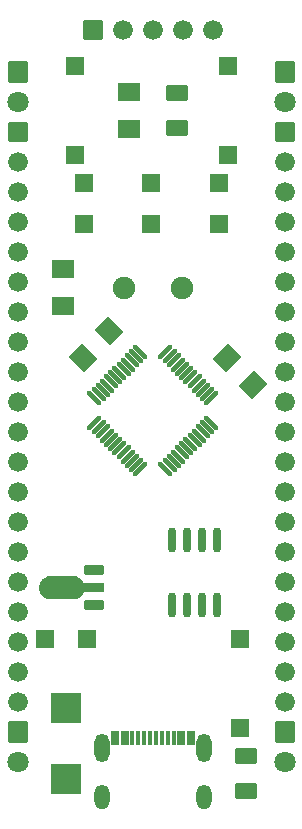
<source format=gts>
G04 Layer: TopSolderMaskLayer*
G04 EasyEDA v6.5.22, 2023-04-11 13:21:22*
G04 98130e1011dd41a8879dcb9a727c9930,770f52a9c06342aeb7d9f723a0e8078a,10*
G04 Gerber Generator version 0.2*
G04 Scale: 100 percent, Rotated: No, Reflected: No *
G04 Dimensions in inches *
G04 leading zeros omitted , absolute positions ,3 integer and 6 decimal *
%FSLAX36Y36*%
%MOIN*%

%AMMACRO1*1,1,$1,$2,$3*1,1,$1,$4,$5*1,1,$1,0-$2,0-$3*1,1,$1,0-$4,0-$5*20,1,$1,$2,$3,$4,$5,0*20,1,$1,$4,$5,0-$2,0-$3,0*20,1,$1,0-$2,0-$3,0-$4,0-$5,0*20,1,$1,0-$4,0-$5,$2,$3,0*4,1,4,$2,$3,$4,$5,0-$2,0-$3,0-$4,0-$5,$2,$3,0*%
%AMMACRO2*1,1,$1,$2,$3*1,1,$1,$4,$5*20,1,$1,$2,$3,$4,$5,0*%
%ADD10MACRO1,0.004X0.031X0.0335X0.031X-0.0335*%
%ADD11C,0.0709*%
%ADD12MACRO1,0.004X0.0335X-0.0238X-0.0335X-0.0238*%
%ADD13MACRO1,0.004X0.0335X0.0238X-0.0335X0.0238*%
%ADD14MACRO1,0.004X0.0295X-0.0276X-0.0295X-0.0276*%
%ADD15MACRO2,0.0146X-0.0171X0.0171X0.0171X-0.0171*%
%ADD16MACRO2,0.0146X-0.0171X-0.0171X0.0171X0.0171*%
%ADD17MACRO1,0.004X-0.0295X0.0276X0.0295X0.0276*%
%ADD18MACRO1,0.004X-0.034X0.0292X0.034X0.0292*%
%ADD19MACRO1,0.004X-0.034X-0.0292X0.034X-0.0292*%
%ADD20MACRO1,0.004X-0.0335X0.0238X0.0335X0.0238*%
%ADD21MACRO1,0.004X-0.0335X-0.0238X0.0335X-0.0238*%
%ADD22MACRO1,0.004X-0.0295X0.0295X0.0295X0.0295*%
%ADD23MACRO1,0.004X-0.0295X-0.0295X-0.0295X0.0295*%
%ADD24MACRO1,0.004X0.031X-0.0132X0.031X0.0132*%
%ADD25O,0.026597999999999997X0.084138*%
%ADD26MACRO1,0.0039X-0.0059X0.0226X0.0059X0.0226*%
%ADD27MACRO1,0.0039X-0.0118X0.0226X0.0118X0.0226*%
%ADD28O,0.051244000000000005X0.08274000000000001*%
%ADD29O,0.051244000000000005X0.094551*%
%ADD30MACRO1,0.004X0.0492X0.0478X0.0492X-0.0478*%
%ADD31C,0.0660*%
%ADD32MACRO1,0.004X-0.031X0.031X0.031X0.031*%
%ADD33MACRO1,0.004X0.031X0.031X0.031X-0.031*%
%ADD34MACRO1,0.004X0.0034X-0.0447X-0.0447X0.0034*%
%ADD35MACRO1,0.004X0.0447X-0.0034X-0.0034X0.0447*%
%ADD36MACRO1,0.004X-0.0447X-0.0034X0.0034X0.0447*%
%ADD37MACRO1,0.004X-0.0034X-0.0447X0.0447X0.0034*%
%ADD38C,0.0749*%
%ADD39C,0.0193*%

%LPD*%
D10*
G01*
X50000Y-200000D03*
D11*
G01*
X50000Y-300000D03*
D10*
G01*
X940000Y-200000D03*
D11*
G01*
X940000Y-300000D03*
D10*
G01*
X50000Y-2400000D03*
D11*
G01*
X50000Y-2500000D03*
D10*
G01*
X940000Y-2400000D03*
D11*
G01*
X940000Y-2500000D03*
D12*
G01*
X810000Y-2481781D03*
D13*
G01*
X810000Y-2598218D03*
D14*
G01*
X790000Y-2389602D03*
G01*
X790000Y-2090396D03*
G01*
X750000Y-479602D03*
G01*
X750000Y-180396D03*
D15*
G01*
X458250Y-1135130D03*
G01*
X444320Y-1149049D03*
G01*
X430409Y-1162970D03*
G01*
X416479Y-1176890D03*
G01*
X402569Y-1190809D03*
G01*
X388650Y-1204730D03*
G01*
X374730Y-1218650D03*
G01*
X360809Y-1232569D03*
G01*
X346890Y-1246479D03*
G01*
X332970Y-1260409D03*
G01*
X319049Y-1274320D03*
G01*
X305130Y-1288250D03*
D16*
G01*
X305130Y-1371760D03*
G01*
X319049Y-1385679D03*
G01*
X332970Y-1399590D03*
G01*
X346890Y-1413520D03*
G01*
X360809Y-1427430D03*
G01*
X374730Y-1441359D03*
G01*
X388650Y-1455269D03*
G01*
X402569Y-1469190D03*
G01*
X416479Y-1483109D03*
G01*
X430409Y-1497029D03*
G01*
X444320Y-1510950D03*
G01*
X458250Y-1524869D03*
D15*
G01*
X541760Y-1524869D03*
G01*
X555679Y-1510950D03*
G01*
X569590Y-1497029D03*
G01*
X583520Y-1483109D03*
G01*
X597430Y-1469190D03*
G01*
X611359Y-1455269D03*
G01*
X625269Y-1441359D03*
G01*
X639190Y-1427430D03*
G01*
X653109Y-1413520D03*
G01*
X667029Y-1399590D03*
G01*
X680950Y-1385679D03*
G01*
X694869Y-1371760D03*
D16*
G01*
X694869Y-1288250D03*
G01*
X680950Y-1274320D03*
G01*
X667029Y-1260409D03*
G01*
X653109Y-1246479D03*
G01*
X639190Y-1232569D03*
G01*
X625269Y-1218650D03*
G01*
X611359Y-1204730D03*
G01*
X597430Y-1190809D03*
G01*
X583520Y-1176890D03*
G01*
X569590Y-1162970D03*
G01*
X555679Y-1149049D03*
G01*
X541760Y-1135130D03*
D17*
G01*
X239999Y-180397D03*
G01*
X239999Y-479603D03*
D18*
G01*
X420000Y-392697D03*
D19*
G01*
X420000Y-267302D03*
D18*
G01*
X200000Y-982697D03*
D19*
G01*
X200000Y-857302D03*
D20*
G01*
X580000Y-388218D03*
D21*
G01*
X580000Y-271781D03*
D22*
G01*
X720000Y-708900D03*
G01*
X720000Y-571099D03*
G01*
X495000Y-708900D03*
G01*
X495000Y-571099D03*
G01*
X270000Y-708900D03*
G01*
X270000Y-571099D03*
D23*
G01*
X278900Y-2090000D03*
G01*
X141099Y-2090000D03*
D24*
G01*
X303397Y-1979049D03*
G01*
X303397Y-1860940D03*
G36*
X160100Y-1959400D02*
G01*
X158299Y-1959299D01*
X156399Y-1959200D01*
X154600Y-1959000D01*
X152800Y-1958699D01*
X150999Y-1958299D01*
X147399Y-1957300D01*
X144000Y-1955900D01*
X142300Y-1955100D01*
X140700Y-1954299D01*
X139099Y-1953299D01*
X137600Y-1952300D01*
X136100Y-1951199D01*
X134600Y-1950000D01*
X133299Y-1948800D01*
X131900Y-1947500D01*
X130700Y-1946199D01*
X129499Y-1944800D01*
X127300Y-1941799D01*
X126300Y-1940199D01*
X125399Y-1938600D01*
X124600Y-1936999D01*
X123800Y-1935300D01*
X123099Y-1933600D01*
X122600Y-1931799D01*
X121999Y-1930000D01*
X121599Y-1928299D01*
X121300Y-1926399D01*
X120999Y-1924600D01*
X120799Y-1922800D01*
X120799Y-1917199D01*
X120999Y-1915399D01*
X121599Y-1911799D01*
X121999Y-1910000D01*
X122600Y-1908200D01*
X123099Y-1906399D01*
X123800Y-1904699D01*
X124600Y-1903000D01*
X125399Y-1901399D01*
X126300Y-1899800D01*
X127300Y-1898200D01*
X128400Y-1896700D01*
X129499Y-1895300D01*
X130700Y-1893800D01*
X131900Y-1892500D01*
X133299Y-1891199D01*
X134600Y-1890000D01*
X136100Y-1888800D01*
X137600Y-1887699D01*
X139099Y-1886700D01*
X142300Y-1884899D01*
X144000Y-1884099D01*
X147399Y-1882699D01*
X150999Y-1881700D01*
X152800Y-1881300D01*
X154600Y-1880999D01*
X156399Y-1880799D01*
X158299Y-1880700D01*
X160100Y-1880599D01*
X233099Y-1880599D01*
X235000Y-1880700D01*
X236799Y-1880799D01*
X238600Y-1880999D01*
X240500Y-1881300D01*
X242300Y-1881700D01*
X244000Y-1882199D01*
X245799Y-1882699D01*
X249200Y-1884099D01*
X250900Y-1884899D01*
X254099Y-1886700D01*
X255700Y-1887699D01*
X257100Y-1888800D01*
X258600Y-1890000D01*
X260000Y-1891199D01*
X261300Y-1892500D01*
X262500Y-1893800D01*
X263699Y-1895300D01*
X264899Y-1896700D01*
X265900Y-1898200D01*
X266900Y-1899800D01*
X267800Y-1901399D01*
X268699Y-1903200D01*
X269099Y-1905000D01*
X336399Y-1905000D01*
X336399Y-1935000D01*
X269099Y-1935000D01*
X268699Y-1936799D01*
X267800Y-1938600D01*
X266900Y-1940199D01*
X265900Y-1941799D01*
X264899Y-1943299D01*
X263699Y-1944800D01*
X262500Y-1946199D01*
X261300Y-1947500D01*
X260000Y-1948800D01*
X258600Y-1950000D01*
X257100Y-1951199D01*
X255700Y-1952300D01*
X252500Y-1954299D01*
X250900Y-1955100D01*
X249200Y-1955900D01*
X245799Y-1957300D01*
X244000Y-1957800D01*
X242300Y-1958299D01*
X240500Y-1958699D01*
X238600Y-1959000D01*
X236799Y-1959200D01*
X235000Y-1959299D01*
X233099Y-1959400D01*
G37*
D25*
G01*
X565000Y-1978969D03*
G01*
X615000Y-1978969D03*
G01*
X665000Y-1978969D03*
G01*
X715000Y-1978969D03*
G01*
X565000Y-1761030D03*
G01*
X615000Y-1761030D03*
G01*
X665000Y-1761030D03*
G01*
X715000Y-1761030D03*
D26*
G01*
X431104Y-2422573D03*
G01*
X450788Y-2422555D03*
G01*
X470472Y-2422643D03*
G01*
X490156Y-2422569D03*
G01*
X509847Y-2422630D03*
G01*
X529527Y-2422569D03*
G01*
X549211Y-2422569D03*
G01*
X568895Y-2422569D03*
D27*
G01*
X374019Y-2422729D03*
G01*
X405510Y-2422729D03*
G01*
X594491Y-2422571D03*
G01*
X625987Y-2422572D03*
D28*
G01*
X329929Y-2617449D03*
G01*
X670079Y-2617449D03*
D29*
G01*
X670079Y-2454070D03*
G01*
X329929Y-2454070D03*
D30*
G01*
X210000Y-2559000D03*
G01*
X210000Y-2320999D03*
D31*
G01*
X700000Y-60000D03*
G01*
X600000Y-60000D03*
G01*
X500000Y-60000D03*
G01*
X400000Y-60000D03*
D32*
G01*
X300000Y-60000D03*
D31*
G01*
X50000Y-2300000D03*
G01*
X50000Y-2200000D03*
G01*
X50000Y-2100000D03*
G01*
X50000Y-2000000D03*
G01*
X50000Y-1900000D03*
G01*
X50000Y-1800000D03*
G01*
X50000Y-1700000D03*
G01*
X50000Y-1600000D03*
G01*
X50000Y-1500000D03*
G01*
X50000Y-1400000D03*
G01*
X50000Y-1300000D03*
G01*
X50000Y-1200000D03*
G01*
X50000Y-1100000D03*
G01*
X50000Y-1000000D03*
G01*
X50000Y-900000D03*
G01*
X50000Y-800000D03*
G01*
X50000Y-700000D03*
G01*
X50000Y-600000D03*
G01*
X50000Y-500000D03*
D33*
G01*
X50000Y-400000D03*
D31*
G01*
X940000Y-2300000D03*
G01*
X940000Y-2200000D03*
G01*
X940000Y-2100000D03*
G01*
X940000Y-2000000D03*
G01*
X940000Y-1900000D03*
G01*
X940000Y-1800000D03*
G01*
X940000Y-1700000D03*
G01*
X940000Y-1600000D03*
G01*
X940000Y-1500000D03*
G01*
X940000Y-1400000D03*
G01*
X940000Y-1300000D03*
G01*
X940000Y-1200000D03*
G01*
X940000Y-1100000D03*
G01*
X940000Y-1000000D03*
G01*
X940000Y-900000D03*
G01*
X940000Y-800000D03*
G01*
X940000Y-700000D03*
G01*
X940000Y-600000D03*
G01*
X940000Y-500000D03*
D33*
G01*
X940000Y-400000D03*
D34*
G01*
X354333Y-1065666D03*
D35*
G01*
X265666Y-1154333D03*
D36*
G01*
X834333Y-1244333D03*
D37*
G01*
X745666Y-1155666D03*
D38*
G01*
X403939Y-920000D03*
G01*
X596060Y-920000D03*
M02*

</source>
